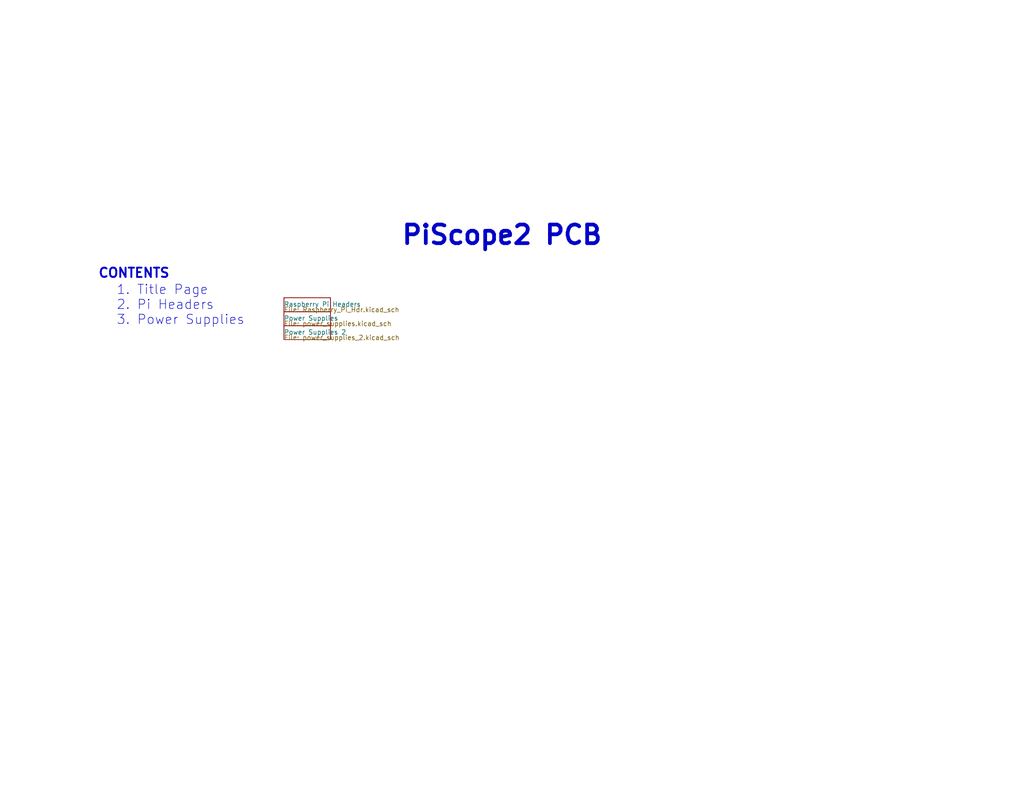
<source format=kicad_sch>
(kicad_sch (version 20230121) (generator eeschema)
  (paper "USLetter")
  (title_block (title "PiScope2") (rev "A"))
  (lib_symbols)
  (text "PiScope2 PCB" (at 109.22 67.31 0) (effects (font (size 5.08 5.08) (thickness 1.016) bold) (justify left bottom)))
  (text "1. Title Page\n2. Pi Headers\n3. Power Supplies" (at 31.75 88.9 0) (effects (font (size 2.54 2.54)) (justify left bottom)))
  (text "CONTENTS" (at 26.67 76.2 0) (effects (font (size 2.54 2.54) bold) (justify left bottom)))
  (sheet (at 77.47 85.09) (size 12.7 3.81) (stroke (width 0.1524))
    (property "Sheetname" "Power Supplies" (at 77.47 87.63 0) (effects (justify left bottom)))
    (property "Sheetfile" "power_supplies.kicad_sch" (at 77.47 87.63 0) (effects (justify left top)))
  )
  (sheet (at 77.47 88.9) (size 12.7 3.81) (stroke (width 0.1524))
    (property "Sheetname" "Power Supplies 2" (at 77.47 91.44 0) (effects (justify left bottom)))
    (property "Sheetfile" "power_supplies_2.kicad_sch" (at 77.47 91.44 0) (effects (justify left top)))
  )
  (sheet (at 77.47 81.28) (size 12.7 3.81) (stroke (width 0.1524))
    (property "Sheetname" "Raspberry Pi Headers" (at 77.47 83.82 0) (effects (justify left bottom)))
    (property "Sheetfile" "Raspberry_Pi_Hdr.kicad_sch" (at 77.47 83.82 0) (effects (justify left top)))
  )
)
</source>
